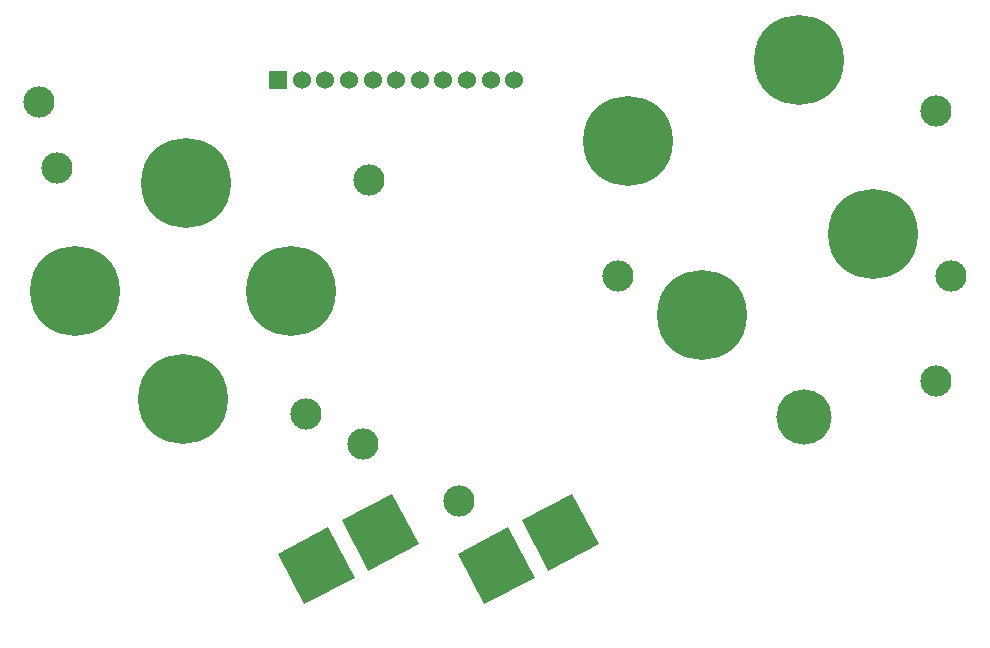
<source format=gts>
G75*
%MOIN*%
%OFA0B0*%
%FSLAX25Y25*%
%IPPOS*%
%LPD*%
%AMOC8*
5,1,8,0,0,1.08239X$1,22.5*
%
%ADD10C,0.18400*%
%ADD11C,0.10400*%
%ADD12R,0.06000X0.06000*%
%ADD13C,0.06000*%
%ADD14C,0.30000*%
%ADD15R,0.19000X0.19000*%
D10*
X0269824Y0068942D03*
D11*
X0313824Y0080942D03*
X0318824Y0115942D03*
X0313824Y0170942D03*
X0207824Y0115942D03*
X0124824Y0147942D03*
X0020824Y0151942D03*
X0014824Y0173942D03*
X0103824Y0069942D03*
X0122824Y0059942D03*
X0154824Y0040942D03*
D12*
X0094454Y0181379D03*
D13*
X0102328Y0181379D03*
X0110202Y0181379D03*
X0118076Y0181379D03*
X0125950Y0181379D03*
X0133824Y0181379D03*
X0141698Y0181379D03*
X0149572Y0181379D03*
X0157446Y0181379D03*
X0165320Y0181379D03*
X0173194Y0181379D03*
D14*
X0211009Y0160840D03*
X0268009Y0187840D03*
X0292824Y0129942D03*
X0235824Y0102942D03*
X0098824Y0110942D03*
X0063824Y0146942D03*
X0026824Y0110942D03*
X0062824Y0074942D03*
D15*
G36*
X0119992Y0015362D02*
X0103140Y0006588D01*
X0094366Y0023440D01*
X0111218Y0032214D01*
X0119992Y0015362D01*
G37*
G36*
X0141281Y0026444D02*
X0124429Y0017670D01*
X0115655Y0034522D01*
X0132507Y0043296D01*
X0141281Y0026444D01*
G37*
G36*
X0179992Y0015362D02*
X0163140Y0006588D01*
X0154366Y0023440D01*
X0171218Y0032214D01*
X0179992Y0015362D01*
G37*
G36*
X0201281Y0026444D02*
X0184429Y0017670D01*
X0175655Y0034522D01*
X0192507Y0043296D01*
X0201281Y0026444D01*
G37*
M02*

</source>
